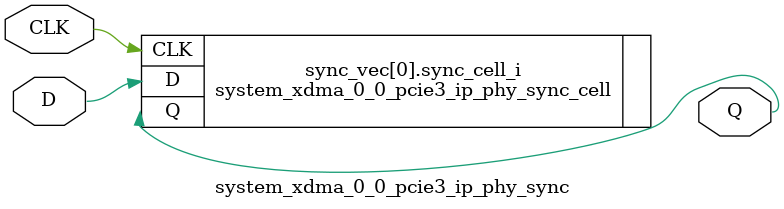
<source format=v>





`timescale 1ps / 1ps



//-------------------------------------------------------------------------------------------------
//  PHY Synchronizer Module
//-------------------------------------------------------------------------------------------------
module system_xdma_0_0_pcie3_ip_phy_sync #
(
    parameter integer WIDTH = 1, 
    parameter integer STAGE = 2
)
(
    //-------------------------------------------------------------------------- 
    //  Input Ports
    //-------------------------------------------------------------------------- 
    input                               CLK,
    input       [WIDTH-1:0]             D,
    
    //-------------------------------------------------------------------------- 
    //  Output Ports
    //-------------------------------------------------------------------------- 
    output      [WIDTH-1:0]             Q
);                                                        



//--------------------------------------------------------------------------------------------------
//  Generate Synchronizer - Begin
//--------------------------------------------------------------------------------------------------
genvar i;

generate for (i=0; i<WIDTH; i=i+1) 

    begin : sync_vec

    //----------------------------------------------------------------------
    //  Synchronizer
    //----------------------------------------------------------------------
system_xdma_0_0_pcie3_ip_phy_sync_cell #
    (
        .STAGE                            (STAGE)
    )    
    sync_cell_i
    (
        //------------------------------------------------------------------
        //  Input Ports
        //------------------------------------------------------------------
        .CLK                              (CLK),
        .D                                (D[i]),

        //------------------------------------------------------------------
        //  Output Ports
        //------------------------------------------------------------------
        .Q                                (Q[i])
    );
 
    end   
      
endgenerate 
//--------------------------------------------------------------------------------------------------
//  Generate - End
//--------------------------------------------------------------------------------------------------



endmodule





</source>
